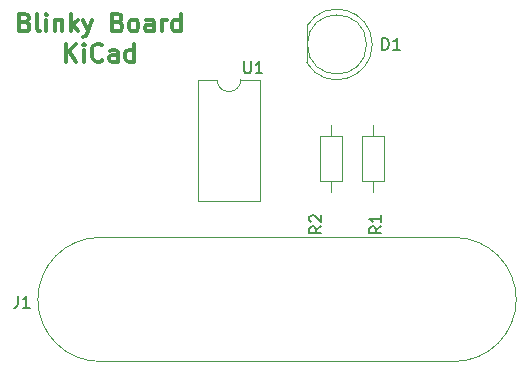
<source format=gto>
G04 #@! TF.GenerationSoftware,KiCad,Pcbnew,(5.0.1)-3*
G04 #@! TF.CreationDate,2019-09-12T10:27:16+05:30*
G04 #@! TF.ProjectId,kicad-tut,6B696361642D7475742E6B696361645F,v1.0*
G04 #@! TF.SameCoordinates,Original*
G04 #@! TF.FileFunction,Legend,Top*
G04 #@! TF.FilePolarity,Positive*
%FSLAX46Y46*%
G04 Gerber Fmt 4.6, Leading zero omitted, Abs format (unit mm)*
G04 Created by KiCad (PCBNEW (5.0.1)-3) date 09/12/19 10:27:16*
%MOMM*%
%LPD*%
G01*
G04 APERTURE LIST*
%ADD10C,0.300000*%
%ADD11C,0.120000*%
%ADD12C,0.150000*%
G04 APERTURE END LIST*
D10*
X122202571Y-79389857D02*
X122416857Y-79461285D01*
X122488285Y-79532714D01*
X122559714Y-79675571D01*
X122559714Y-79889857D01*
X122488285Y-80032714D01*
X122416857Y-80104142D01*
X122273999Y-80175571D01*
X121702571Y-80175571D01*
X121702571Y-78675571D01*
X122202571Y-78675571D01*
X122345428Y-78747000D01*
X122416857Y-78818428D01*
X122488285Y-78961285D01*
X122488285Y-79104142D01*
X122416857Y-79247000D01*
X122345428Y-79318428D01*
X122202571Y-79389857D01*
X121702571Y-79389857D01*
X123416857Y-80175571D02*
X123273999Y-80104142D01*
X123202571Y-79961285D01*
X123202571Y-78675571D01*
X123988285Y-80175571D02*
X123988285Y-79175571D01*
X123988285Y-78675571D02*
X123916857Y-78747000D01*
X123988285Y-78818428D01*
X124059714Y-78747000D01*
X123988285Y-78675571D01*
X123988285Y-78818428D01*
X124702571Y-79175571D02*
X124702571Y-80175571D01*
X124702571Y-79318428D02*
X124773999Y-79247000D01*
X124916857Y-79175571D01*
X125131142Y-79175571D01*
X125273999Y-79247000D01*
X125345428Y-79389857D01*
X125345428Y-80175571D01*
X126059714Y-80175571D02*
X126059714Y-78675571D01*
X126202571Y-79604142D02*
X126631142Y-80175571D01*
X126631142Y-79175571D02*
X126059714Y-79747000D01*
X127131142Y-79175571D02*
X127488285Y-80175571D01*
X127845428Y-79175571D02*
X127488285Y-80175571D01*
X127345428Y-80532714D01*
X127273999Y-80604142D01*
X127131142Y-80675571D01*
X130059714Y-79389857D02*
X130273999Y-79461285D01*
X130345428Y-79532714D01*
X130416857Y-79675571D01*
X130416857Y-79889857D01*
X130345428Y-80032714D01*
X130273999Y-80104142D01*
X130131142Y-80175571D01*
X129559714Y-80175571D01*
X129559714Y-78675571D01*
X130059714Y-78675571D01*
X130202571Y-78747000D01*
X130273999Y-78818428D01*
X130345428Y-78961285D01*
X130345428Y-79104142D01*
X130273999Y-79247000D01*
X130202571Y-79318428D01*
X130059714Y-79389857D01*
X129559714Y-79389857D01*
X131273999Y-80175571D02*
X131131142Y-80104142D01*
X131059714Y-80032714D01*
X130988285Y-79889857D01*
X130988285Y-79461285D01*
X131059714Y-79318428D01*
X131131142Y-79247000D01*
X131273999Y-79175571D01*
X131488285Y-79175571D01*
X131631142Y-79247000D01*
X131702571Y-79318428D01*
X131773999Y-79461285D01*
X131773999Y-79889857D01*
X131702571Y-80032714D01*
X131631142Y-80104142D01*
X131488285Y-80175571D01*
X131273999Y-80175571D01*
X133059714Y-80175571D02*
X133059714Y-79389857D01*
X132988285Y-79247000D01*
X132845428Y-79175571D01*
X132559714Y-79175571D01*
X132416857Y-79247000D01*
X133059714Y-80104142D02*
X132916857Y-80175571D01*
X132559714Y-80175571D01*
X132416857Y-80104142D01*
X132345428Y-79961285D01*
X132345428Y-79818428D01*
X132416857Y-79675571D01*
X132559714Y-79604142D01*
X132916857Y-79604142D01*
X133059714Y-79532714D01*
X133773999Y-80175571D02*
X133773999Y-79175571D01*
X133773999Y-79461285D02*
X133845428Y-79318428D01*
X133916857Y-79247000D01*
X134059714Y-79175571D01*
X134202571Y-79175571D01*
X135345428Y-80175571D02*
X135345428Y-78675571D01*
X135345428Y-80104142D02*
X135202571Y-80175571D01*
X134916857Y-80175571D01*
X134773999Y-80104142D01*
X134702571Y-80032714D01*
X134631142Y-79889857D01*
X134631142Y-79461285D01*
X134702571Y-79318428D01*
X134773999Y-79247000D01*
X134916857Y-79175571D01*
X135202571Y-79175571D01*
X135345428Y-79247000D01*
X125666857Y-82725571D02*
X125666857Y-81225571D01*
X126523999Y-82725571D02*
X125881142Y-81868428D01*
X126523999Y-81225571D02*
X125666857Y-82082714D01*
X127166857Y-82725571D02*
X127166857Y-81725571D01*
X127166857Y-81225571D02*
X127095428Y-81297000D01*
X127166857Y-81368428D01*
X127238285Y-81297000D01*
X127166857Y-81225571D01*
X127166857Y-81368428D01*
X128738285Y-82582714D02*
X128666857Y-82654142D01*
X128452571Y-82725571D01*
X128309714Y-82725571D01*
X128095428Y-82654142D01*
X127952571Y-82511285D01*
X127881142Y-82368428D01*
X127809714Y-82082714D01*
X127809714Y-81868428D01*
X127881142Y-81582714D01*
X127952571Y-81439857D01*
X128095428Y-81297000D01*
X128309714Y-81225571D01*
X128452571Y-81225571D01*
X128666857Y-81297000D01*
X128738285Y-81368428D01*
X130023999Y-82725571D02*
X130023999Y-81939857D01*
X129952571Y-81797000D01*
X129809714Y-81725571D01*
X129523999Y-81725571D01*
X129381142Y-81797000D01*
X130023999Y-82654142D02*
X129881142Y-82725571D01*
X129523999Y-82725571D01*
X129381142Y-82654142D01*
X129309714Y-82511285D01*
X129309714Y-82368428D01*
X129381142Y-82225571D01*
X129523999Y-82154142D01*
X129881142Y-82154142D01*
X130023999Y-82082714D01*
X131381142Y-82725571D02*
X131381142Y-81225571D01*
X131381142Y-82654142D02*
X131238285Y-82725571D01*
X130952571Y-82725571D01*
X130809714Y-82654142D01*
X130738285Y-82582714D01*
X130666857Y-82439857D01*
X130666857Y-82011285D01*
X130738285Y-81868428D01*
X130809714Y-81797000D01*
X130952571Y-81725571D01*
X131238285Y-81725571D01*
X131381142Y-81797000D01*
D11*
G04 #@! TO.C,D1*
X151580000Y-81280462D02*
G75*
G03X146030000Y-79735170I-2990000J462D01*
G01*
X151580000Y-81279538D02*
G75*
G02X146030000Y-82824830I-2990000J-462D01*
G01*
X151090000Y-81280000D02*
G75*
G03X151090000Y-81280000I-2500000J0D01*
G01*
X146030000Y-79735000D02*
X146030000Y-82825000D01*
G04 #@! TO.C,J1*
X128520000Y-108120000D02*
X158520000Y-108120000D01*
X158520000Y-97620000D02*
X128520000Y-97620000D01*
X158520000Y-108120000D02*
G75*
G03X158520000Y-97620000I0J5250000D01*
G01*
X128520000Y-97620000D02*
G75*
G03X128520000Y-108120000I0J-5250000D01*
G01*
G04 #@! TO.C,R1*
X152558000Y-89012000D02*
X150718000Y-89012000D01*
X150718000Y-89012000D02*
X150718000Y-92852000D01*
X150718000Y-92852000D02*
X152558000Y-92852000D01*
X152558000Y-92852000D02*
X152558000Y-89012000D01*
X151638000Y-88062000D02*
X151638000Y-89012000D01*
X151638000Y-93802000D02*
X151638000Y-92852000D01*
G04 #@! TO.C,R2*
X148082000Y-88062000D02*
X148082000Y-89012000D01*
X148082000Y-93802000D02*
X148082000Y-92852000D01*
X147162000Y-89012000D02*
X147162000Y-92852000D01*
X149002000Y-89012000D02*
X147162000Y-89012000D01*
X149002000Y-92852000D02*
X149002000Y-89012000D01*
X147162000Y-92852000D02*
X149002000Y-92852000D01*
G04 #@! TO.C,U1*
X140446000Y-84268000D02*
G75*
G02X138446000Y-84268000I-1000000J0D01*
G01*
X138446000Y-84268000D02*
X136796000Y-84268000D01*
X136796000Y-84268000D02*
X136796000Y-94548000D01*
X136796000Y-94548000D02*
X142096000Y-94548000D01*
X142096000Y-94548000D02*
X142096000Y-84268000D01*
X142096000Y-84268000D02*
X140446000Y-84268000D01*
G04 #@! TO.C,D1*
D12*
X152423904Y-81732380D02*
X152423904Y-80732380D01*
X152661999Y-80732380D01*
X152804857Y-80780000D01*
X152900095Y-80875238D01*
X152947714Y-80970476D01*
X152995333Y-81160952D01*
X152995333Y-81303809D01*
X152947714Y-81494285D01*
X152900095Y-81589523D01*
X152804857Y-81684761D01*
X152661999Y-81732380D01*
X152423904Y-81732380D01*
X153947714Y-81732380D02*
X153376285Y-81732380D01*
X153661999Y-81732380D02*
X153661999Y-80732380D01*
X153566761Y-80875238D01*
X153471523Y-80970476D01*
X153376285Y-81018095D01*
G04 #@! TO.C,J1*
X121586666Y-102576380D02*
X121586666Y-103290666D01*
X121539047Y-103433523D01*
X121443809Y-103528761D01*
X121300952Y-103576380D01*
X121205714Y-103576380D01*
X122586666Y-103576380D02*
X122015238Y-103576380D01*
X122300952Y-103576380D02*
X122300952Y-102576380D01*
X122205714Y-102719238D01*
X122110476Y-102814476D01*
X122015238Y-102862095D01*
G04 #@! TO.C,R1*
X152344380Y-96686666D02*
X151868190Y-97020000D01*
X152344380Y-97258095D02*
X151344380Y-97258095D01*
X151344380Y-96877142D01*
X151391999Y-96781904D01*
X151439619Y-96734285D01*
X151534857Y-96686666D01*
X151677714Y-96686666D01*
X151772952Y-96734285D01*
X151820571Y-96781904D01*
X151868190Y-96877142D01*
X151868190Y-97258095D01*
X152344380Y-95734285D02*
X152344380Y-96305714D01*
X152344380Y-96020000D02*
X151344380Y-96020000D01*
X151487238Y-96115238D01*
X151582476Y-96210476D01*
X151630095Y-96305714D01*
G04 #@! TO.C,R2*
X147264380Y-96686666D02*
X146788190Y-97020000D01*
X147264380Y-97258095D02*
X146264380Y-97258095D01*
X146264380Y-96877142D01*
X146311999Y-96781904D01*
X146359619Y-96734285D01*
X146454857Y-96686666D01*
X146597714Y-96686666D01*
X146692952Y-96734285D01*
X146740571Y-96781904D01*
X146788190Y-96877142D01*
X146788190Y-97258095D01*
X146359619Y-96305714D02*
X146312000Y-96258095D01*
X146264380Y-96162857D01*
X146264380Y-95924761D01*
X146312000Y-95829523D01*
X146359619Y-95781904D01*
X146454857Y-95734285D01*
X146550095Y-95734285D01*
X146692952Y-95781904D01*
X147264380Y-96353333D01*
X147264380Y-95734285D01*
G04 #@! TO.C,U1*
X140716095Y-82720380D02*
X140716095Y-83529904D01*
X140763714Y-83625142D01*
X140811333Y-83672761D01*
X140906571Y-83720380D01*
X141097047Y-83720380D01*
X141192285Y-83672761D01*
X141239904Y-83625142D01*
X141287523Y-83529904D01*
X141287523Y-82720380D01*
X142287523Y-83720380D02*
X141716095Y-83720380D01*
X142001809Y-83720380D02*
X142001809Y-82720380D01*
X141906571Y-82863238D01*
X141811333Y-82958476D01*
X141716095Y-83006095D01*
G04 #@! TO.C,*
G04 #@! TD*
M02*

</source>
